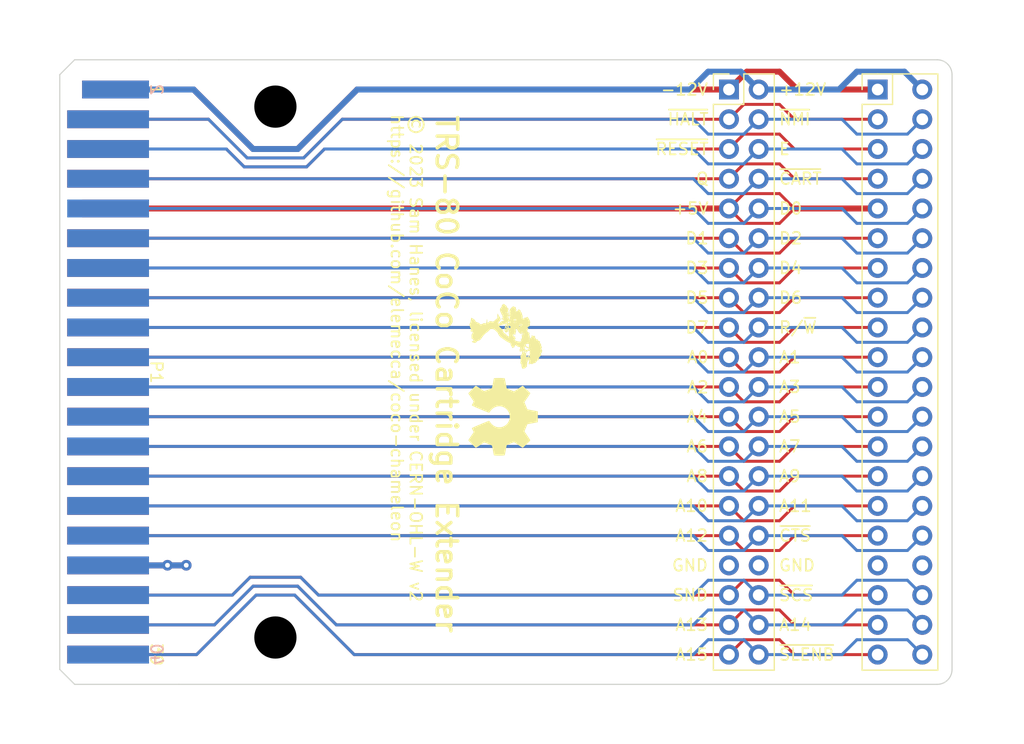
<source format=kicad_pcb>
(kicad_pcb (version 20240108) (generator "pcbnew") (generator_version "8.0")
  (title_block (title "TRS-80 CoCo Cartridge Extender") (date "2023-12-12") (rev "v0.1") (company "© 2023 Sam Hanes, licensed under CERN-OHL-W v2") (comment 1 "https://github.com/elemecca/coco-chameleon"))
  (layers (0 "F.Cu" signal) (1 "In1.Cu" signal) (2 "In2.Cu" signal) (31 "B.Cu" signal) (34 "B.Paste" user) (35 "F.Paste" user) (36 "B.SilkS" user "B.Silkscreen") (37 "F.SilkS" user "F.Silkscreen") (38 "B.Mask" user) (39 "F.Mask" user) (44 "Edge.Cuts" user))
  (net 0 "")
  (net 1 "-12V")
  (net 2 "GND")
  (net 3 "+12V")
  (net 4 "+5V")
  (net 5 "/E")
  (net 6 "/Q")
  (net 7 "/D0")
  (net 8 "/D1")
  (net 9 "/D2")
  (net 10 "/D3")
  (net 11 "/D4")
  (net 12 "/D5")
  (net 13 "/A0")
  (net 14 "/A1")
  (net 15 "/A2")
  (net 16 "/A10")
  (net 17 "/A11")
  (net 18 "/A12")
  (net 19 "/A13")
  (net 20 "/A14")
  (net 21 "/A15")
  (net 22 "/D6")
  (net 23 "/D7")
  (net 24 "/R{slash}~{W}")
  (net 25 "/~{CTS}")
  (net 26 "/~{CART}")
  (net 27 "/~{NMI}")
  (net 28 "/~{SLEN}")
  (net 29 "/~{HALT}")
  (net 30 "/~{RESET}")
  (net 31 "/A3")
  (net 32 "/A4")
  (net 33 "/A5")
  (net 34 "/A6")
  (net 35 "/A7")
  (net 36 "/A8")
  (net 37 "/A9")
  (net 38 "/~{SCS}")
  (net 39 "/SND")
  (footprint "0Project:EDAC_395-040-559-212" (layer "F.Cu") (at 184.15 77.47)
    (property "Reference" "J1" (hide yes))
    (property "Value" "EDAC 395-040-559-212")
    (pad "1" thru_hole rect (at 0 0) (size 1.7 1.7) (drill 1) (layers "*.Cu" "*.Mask") (net 1 "-12V"))
    (pad "2" thru_hole oval (at 3.81 0) (size 1.7 1.7) (drill 1) (layers "*.Cu" "*.Mask") (net 3 "+12V"))
    (pad "3" thru_hole oval (at 0 2.54) (size 1.7 1.7) (drill 1) (layers "*.Cu" "*.Mask") (net 29 "/~{HALT}"))
    (pad "4" thru_hole oval (at 3.81 2.54) (size 1.7 1.7) (drill 1) (layers "*.Cu" "*.Mask") (net 27 "/~{NMI}"))
    (pad "5" thru_hole oval (at 0 5.08) (size 1.7 1.7) (drill 1) (layers "*.Cu" "*.Mask") (net 30 "/~{RESET}"))
    (pad "6" thru_hole oval (at 3.81 5.08) (size 1.7 1.7) (drill 1) (layers "*.Cu" "*.Mask") (net 5 "/E"))
    (pad "7" thru_hole oval (at 0 7.62) (size 1.7 1.7) (drill 1) (layers "*.Cu" "*.Mask") (net 6 "/Q"))
    (pad "8" thru_hole oval (at 3.81 7.62) (size 1.7 1.7) (drill 1) (layers "*.Cu" "*.Mask") (net 26 "/~{CART}"))
    (pad "9" thru_hole oval (at 0 10.16) (size 1.7 1.7) (drill 1) (layers "*.Cu" "*.Mask") (net 4 "+5V"))
    (pad "10" thru_hole oval (at 3.81 10.16) (size 1.7 1.7) (drill 1) (layers "*.Cu" "*.Mask") (net 7 "/D0"))
    (pad "11" thru_hole oval (at 0 12.7) (size 1.7 1.7) (drill 1) (layers "*.Cu" "*.Mask") (net 8 "/D1"))
    (pad "12" thru_hole oval (at 3.81 12.7) (size 1.7 1.7) (drill 1) (layers "*.Cu" "*.Mask") (net 9 "/D2"))
    (pad "13" thru_hole oval (at 0 15.24) (size 1.7 1.7) (drill 1) (layers "*.Cu" "*.Mask") (net 10 "/D3"))
    (pad "14" thru_hole oval (at 3.81 15.24) (size 1.7 1.7) (drill 1) (layers "*.Cu" "*.Mask") (net 11 "/D4"))
    (pad "15" thru_hole oval (at 0 17.78) (size 1.7 1.7) (drill 1) (layers "*.Cu" "*.Mask") (net 12 "/D5"))
    (pad "16" thru_hole oval (at 3.81 17.78) (size 1.7 1.7) (drill 1) (layers "*.Cu" "*.Mask") (net 22 "/D6"))
    (pad "17" thru_hole oval (at 0 20.32) (size 1.7 1.7) (drill 1) (layers "*.Cu" "*.Mask") (net 23 "/D7"))
    (pad "18" thru_hole oval (at 3.81 20.32) (size 1.7 1.7) (drill 1) (layers "*.Cu" "*.Mask") (net 24 "/R{slash}~{W}"))
    (pad "19" thru_hole oval (at 0 22.86) (size 1.7 1.7) (drill 1) (layers "*.Cu" "*.Mask") (net 13 "/A0"))
    (pad "20" thru_hole oval (at 3.81 22.86) (size 1.7 1.7) (drill 1) (layers "*.Cu" "*.Mask") (net 14 "/A1"))
    (pad "21" thru_hole oval (at 0 25.4) (size 1.7 1.7) (drill 1) (layers "*.Cu" "*.Mask") (net 15 "/A2"))
    (pad "22" thru_hole oval (at 3.81 25.4) (size 1.7 1.7) (drill 1) (layers "*.Cu" "*.Mask") (net 31 "/A3"))
    (pad "23" thru_hole oval (at 0 27.94) (size 1.7 1.7) (drill 1) (layers "*.Cu" "*.Mask") (net 32 "/A4"))
    (pad "24" thru_hole oval (at 3.81 27.94) (size 1.7 1.7) (drill 1) (layers "*.Cu" "*.Mask") (net 33 "/A5"))
    (pad "25" thru_hole oval (at 0 30.48) (size 1.7 1.7) (drill 1) (layers "*.Cu" "*.Mask") (net 34 "/A6"))
    (pad "26" thru_hole oval (at 3.81 30.48) (size 1.7 1.7) (drill 1) (layers "*.Cu" "*.Mask") (net 35 "/A7"))
    (pad "27" thru_hole oval (at 0 33.02) (size 1.7 1.7) (drill 1) (layers "*.Cu" "*.Mask") (net 36 "/A8"))
    (pad "28" thru_hole oval (at 3.81 33.02) (size 1.7 1.7) (drill 1) (layers "*.Cu" "*.Mask") (net 37 "/A9"))
    (pad "29" thru_hole oval (at 0 35.56) (size 1.7 1.7) (drill 1) (layers "*.Cu" "*.Mask") (net 16 "/A10"))
    (pad "30" thru_hole oval (at 3.81 35.56) (size 1.7 1.7) (drill 1) (layers "*.Cu" "*.Mask") (net 17 "/A11"))
    (pad "31" thru_hole oval (at 0 38.1) (size 1.7 1.7) (drill 1) (layers "*.Cu" "*.Mask") (net 18 "/A12"))
    (pad "32" thru_hole oval (at 3.81 38.1) (size 1.7 1.7) (drill 1) (layers "*.Cu" "*.Mask") (net 25 "/~{CTS}"))
    (pad "33" thru_hole oval (at 0 40.64) (size 1.7 1.7) (drill 1) (layers "*.Cu" "*.Mask") (net 2 "GND"))
    (pad "34" thru_hole oval (at 3.81 40.64) (size 1.7 1.7) (drill 1) (layers "*.Cu" "*.Mask") (net 2 "GND"))
    (pad "35" thru_hole oval (at 0 43.18) (size 1.7 1.7) (drill 1) (layers "*.Cu" "*.Mask") (net 39 "/SND"))
    (pad "36" thru_hole oval (at 3.81 43.18) (size 1.7 1.7) (drill 1) (layers "*.Cu" "*.Mask") (net 38 "/~{SCS}"))
    (pad "37" thru_hole oval (at 0 45.72) (size 1.7 1.7) (drill 1) (layers "*.Cu" "*.Mask") (net 19 "/A13"))
    (pad "38" thru_hole oval (at 3.81 45.72) (size 1.7 1.7) (drill 1) (layers "*.Cu" "*.Mask") (net 20 "/A14"))
    (pad "39" thru_hole oval (at 0 48.26) (size 1.7 1.7) (drill 1) (layers "*.Cu" "*.Mask") (net 21 "/A15"))
    (pad "40" thru_hole oval (at 3.81 48.26) (size 1.7 1.7) (drill 1) (layers "*.Cu" "*.Mask") (net 28 "/~{SLEN}"))
  )
  (footprint "0Project:CoCo_MountingHole" (layer "F.Cu") (at 132.715 78.9305)
    (property "Reference" "MH1" (hide yes))
    (property "Value" "CoCo_MountingHole" (hide yes))
    (pad "" np_thru_hole circle (at 0 0) (size 5.715 5.715) (drill 3.6068) (layers "*.Mask"))
  )
  (footprint "0Project:Symbol_Bonsai_6.7mm" (layer "F.Cu") (at 152.4 98.552 -90)
    (property "Reference" "G***" (hide yes))
    (property "Value" "LOGO" (hide yes))
  )
  (footprint "Connector_PinHeader_2.54mm:PinHeader_2x20_P2.54mm_Vertical" (layer "F.Cu") (at 171.45 77.47)
    (property "Reference" "J2" (hide yes))
    (property "Value" "Pin Header" (hide yes))
    (pad "1" thru_hole rect (at 0 0) (size 1.7 1.7) (drill 1) (layers "*.Cu" "*.Mask") (net 1 "-12V"))
    (pad "2" thru_hole oval (at 2.54 0) (size 1.7 1.7) (drill 1) (layers "*.Cu" "*.Mask") (net 3 "+12V"))
    (pad "3" thru_hole oval (at 0 2.54) (size 1.7 1.7) (drill 1) (layers "*.Cu" "*.Mask") (net 29 "/~{HALT}"))
    (pad "4" thru_hole oval (at 2.54 2.54) (size 1.7 1.7) (drill 1) (layers "*.Cu" "*.Mask") (net 27 "/~{NMI}"))
    (pad "5" thru_hole oval (at 0 5.08) (size 1.7 1.7) (drill 1) (layers "*.Cu" "*.Mask") (net 30 "/~{RESET}"))
    (pad "6" thru_hole oval (at 2.54 5.08) (size 1.7 1.7) (drill 1) (layers "*.Cu" "*.Mask") (net 5 "/E"))
    (pad "7" thru_hole oval (at 0 7.62) (size 1.7 1.7) (drill 1) (layers "*.Cu" "*.Mask") (net 6 "/Q"))
    (pad "8" thru_hole oval (at 2.54 7.62) (size 1.7 1.7) (drill 1) (layers "*.Cu" "*.Mask") (net 26 "/~{CART}"))
    (pad "9" thru_hole oval (at 0 10.16) (size 1.7 1.7) (drill 1) (layers "*.Cu" "*.Mask") (net 4 "+5V"))
    (pad "10" thru_hole oval (at 2.54 10.16) (size 1.7 1.7) (drill 1) (layers "*.Cu" "*.Mask") (net 7 "/D0"))
    (pad "11" thru_hole oval (at 0 12.7) (size 1.7 1.7) (drill 1) (layers "*.Cu" "*.Mask") (net 8 "/D1"))
    (pad "12" thru_hole oval (at 2.54 12.7) (size 1.7 1.7) (drill 1) (layers "*.Cu" "*.Mask") (net 9 "/D2"))
    (pad "13" thru_hole oval (at 0 15.24) (size 1.7 1.7) (drill 1) (layers "*.Cu" "*.Mask") (net 10 "/D3"))
    (pad "14" thru_hole oval (at 2.54 15.24) (size 1.7 1.7) (drill 1) (layers "*.Cu" "*.Mask") (net 11 "/D4"))
    (pad "15" thru_hole oval (at 0 17.78) (size 1.7 1.7) (drill 1) (layers "*.Cu" "*.Mask") (net 12 "/D5"))
    (pad "16" thru_hole oval (at 2.54 17.78) (size 1.7 1.7) (drill 1) (layers "*.Cu" "*.Mask") (net 22 "/D6"))
    (pad "17" thru_hole oval (at 0 20.32) (size 1.7 1.7) (drill 1) (layers "*.Cu" "*.Mask") (net 23 "/D7"))
    (pad "18" thru_hole oval (at 2.54 20.32) (size 1.7 1.7) (drill 1) (layers "*.Cu" "*.Mask") (net 24 "/R{slash}~{W}"))
    (pad "19" thru_hole oval (at 0 22.86) (size 1.7 1.7) (drill 1) (layers "*.Cu" "*.Mask") (net 13 "/A0"))
    (pad "20" thru_hole oval (at 2.54 22.86) (size 1.7 1.7) (drill 1) (layers "*.Cu" "*.Mask") (net 14 "/A1"))
    (pad "21" thru_hole oval (at 0 25.4) (size 1.7 1.7) (drill 1) (layers "*.Cu" "*.Mask") (net 15 "/A2"))
    (pad "22" thru_hole oval (at 2.54 25.4) (size 1.7 1.7) (drill 1) (layers "*.Cu" "*.Mask") (net 31 "/A3"))
    (pad "23" thru_hole oval (at 0 27.94) (size 1.7 1.7) (drill 1) (layers "*.Cu" "*.Mask") (net 32 "/A4"))
    (pad "24" thru_hole oval (at 2.54 27.94) (size 1.7 1.7) (drill 1) (layers "*.Cu" "*.Mask") (net 33 "/A5"))
    (pad "25" thru_hole oval (at 0 30.48) (size 1.7 1.7) (drill 1) (layers "*.Cu" "*.Mask") (net 34 "/A6"))
    (pad "26" thru_hole oval (at 2.54 30.48) (size 1.7 1.7) (drill 1) (layers "*.Cu" "*.Mask") (net 35 "/A7"))
    (pad "27" thru_hole oval (at 0 33.02) (size 1.7 1.7) (drill 1) (layers "*.Cu" "*.Mask") (net 36 "/A8"))
    (pad "28" thru_hole oval (at 2.54 33.02) (size 1.7 1.7) (drill 1) (layers "*.Cu" "*.Mask") (net 37 "/A9"))
    (pad "29" thru_hole oval (at 0 35.56) (size 1.7 1.7) (drill 1) (layers "*.Cu" "*.Mask") (net 16 "/A10"))
    (pad "30" thru_hole oval (at 2.54 35.56) (size 1.7 1.7) (drill 1) (layers "*.Cu" "*.Mask") (net 17 "/A11"))
    (pad "31" thru_hole oval (at 0 38.1) (size 1.7 1.7) (drill 1) (layers "*.Cu" "*.Mask") (net 18 "/A12"))
    (pad "32" thru_hole oval (at 2.54 38.1) (size 1.7 1.7) (drill 1) (layers "*.Cu" "*.Mask") (net 25 "/~{CTS}"))
    (pad "33" thru_hole oval (at 0 40.64) (size 1.7 1.7) (drill 1) (layers "*.Cu" "*.Mask") (net 2 "GND"))
    (pad "34" thru_hole oval (at 2.54 40.64) (size 1.7 1.7) (drill 1) (layers "*.Cu" "*.Mask") (net 2 "GND"))
    (pad "35" thru_hole oval (at 0 43.18) (size 1.7 1.7) (drill 1) (layers "*.Cu" "*.Mask") (net 39 "/SND"))
    (pad "36" thru_hole oval (at 2.54 43.18) (size 1.7 1.7) (drill 1) (layers "*.Cu" "*.Mask") (net 38 "/~{SCS}"))
    (pad "37" thru_hole oval (at 0 45.72) (size 1.7 1.7) (drill 1) (layers "*.Cu" "*.Mask") (net 19 "/A13"))
    (pad "38" thru_hole oval (at 2.54 45.72) (size 1.7 1.7) (drill 1) (layers "*.Cu" "*.Mask") (net 20 "/A14"))
    (pad "39" thru_hole oval (at 0 48.26) (size 1.7 1.7) (drill 1) (layers "*.Cu" "*.Mask") (net 21 "/A15"))
    (pad "40" thru_hole oval (at 2.54 48.26) (size 1.7 1.7) (drill 1) (layers "*.Cu" "*.Mask") (net 28 "/~{SLEN}"))
  )
  (footprint "Symbol:OSHW-Symbol_6.7x6mm_SilkScreen" (layer "F.Cu") (at 152.146 105.41 -90)
    (property "Reference" "REF**" (hide yes))
    (property "Value" "OSHW-Symbol_6.7x6mm_SilkScreen" (hide yes))
  )
  (footprint "0Project:CoCo_Cart" (layer "F.Cu") (at 114.3 101.6 -90)
    (property "Reference" "P1" (at 0 -8.255 -90) (layer "F.SilkS"))
    (property "Value" "Card Edge" (hide yes))
    (fp_line (start -25.4 0) (end 25.4 0) (stroke (width 0.1)) (layer "Edge.Cuts"))
    (fp_line (start -25.4 0) (end -26.67 -1.27) (stroke (width 0.1)) (layer "Edge.Cuts"))
    (fp_line (start 25.4 0) (end 26.67 -1.27) (stroke (width 0.1)) (layer "Edge.Cuts"))
    (fp_line (start -26.67 -1.27) (end -26.67 -10.16) (stroke (width 0.1)) (layer "Edge.Cuts"))
    (fp_line (start 26.67 -1.27) (end 26.67 -10.16) (stroke (width 0.1)) (layer "Edge.Cuts"))
    (fp_text user "40" (at 24.13 -8.255 -90) (layer "B.SilkS") (effects (justify mirror)))
    (fp_text user "2" (at -24.13 -8.255 -90) (layer "B.SilkS") (effects (justify mirror)))
    (fp_text user "1" (at -24.13 -8.255 -90) (layer "F.SilkS"))
    (fp_text user "39" (at 24.13 -8.255 -90) (layer "F.SilkS"))
    (pad "1" connect rect (at -24.13 -4.7625 270) (size 1.524 5.715) (layers "F.Cu") (net 1 "-12V"))
    (pad "2" connect rect (at -24.13 -4.7625 270) (size 1.524 5.715) (layers "B.Cu") (net 3 "+12V"))
    (pad "3" connect rect (at -21.59 -4.1275 270) (size 1.524 6.985) (layers "F.Cu") (net 29 "/~{HALT}"))
    (pad "4" connect rect (at -21.59 -4.1275 270) (size 1.524 6.985) (layers "B.Cu") (net 27 "/~{NMI}"))
    (pad "5" connect rect (at -19.05 -4.1275 270) (size 1.524 6.985) (layers "F.Cu") (net 30 "/~{RESET}"))
    (pad "6" connect rect (at -19.05 -4.1275 270) (size 1.524 6.985) (layers "B.Cu") (net 5 "/E"))
    (pad "7" connect rect (at -16.51 -4.1275 270) (size 1.524 6.985) (layers "F.Cu") (net 6 "/Q"))
    (pad "8" connect rect (at -16.51 -4.1275 270) (size 1.524 6.985) (layers "B.Cu") (net 26 "/~{CART}"))
    (pad "9" connect rect (at -13.97 -4.7625 270) (size 1.524 5.715) (layers "F.Cu") (net 4 "+5V"))
    (pad "10" connect rect (at -13.97 -4.1275 270) (size 1.524 6.985) (layers "B.Cu") (net 7 "/D0"))
    (pad "11" connect rect (at -11.43 -4.1275 270) (size 1.524 6.985) (layers "F.Cu") (net 8 "/D1"))
    (pad "12" connect rect (at -11.43 -4.1275 270) (size 1.524 6.985) (layers "B.Cu") (net 9 "/D2"))
    (pad "13" connect rect (at -8.89 -4.1275 270) (size 1.524 6.985) (layers "F.Cu") (net 10 "/D3"))
    (pad "14" connect rect (at -8.89 -4.1275 270) (size 1.524 6.985) (layers "B.Cu") (net 11 "/D4"))
    (pad "15" connect rect (at -6.35 -4.1275 270) (size 1.524 6.985) (layers "F.Cu") (net 12 "/D5"))
    (pad "16" connect rect (at -6.35 -4.1275 270) (size 1.524 6.985) (layers "B.Cu") (net 22 "/D6"))
    (pad "17" connect rect (at -3.81 -4.1275 270) (size 1.524 6.985) (layers "F.Cu") (net 23 "/D7"))
    (pad "18" connect rect (at -3.81 -4.1275 270) (size 1.524 6.985) (layers "B.Cu") (net 24 "/R{slash}~{W}"))
    (pad "19" connect rect (at -1.27 -4.1275 270) (size 1.524 6.985) (layers "F.Cu") (net 13 "/A0"))
    (pad "20" connect rect (at -1.27 -4.1275 270) (size 1.524 6.985) (layers "B.Cu") (net 14 "/A1"))
    (pad "21" connect rect (at 1.27 -4.1275 270) (size 1.524 6.985) (layers "F.Cu") (net 15 "/A2"))
    (pad "22" connect rect (at 1.27 -4.1275 270) (size 1.524 6.985) (layers "B.Cu") (net 31 "/A3"))
    (pad "23" connect rect (at 3.81 -4.1275 270) (size 1.524 6.985) (layers "F.Cu") (net 32 "/A4"))
    (pad "24" connect rect (at 3.81 -4.1275 270) (size 1.524 6.985) (layers "B.Cu") (net 33 "/A5"))
    (pad "25" connect rect (at 6.35 -4.1275 270) (size 1.524 6.985) (layers "F.Cu") (net 34 "/A6"))
    (pad "26" connect rect (at 6.35 -4.1275 270) (size 1.524 6.985) (layers "B.Cu") (net 35 "/A7"))
    (pad "27" connect rect (at 8.89 -4.1275 270) (size 1.524 6.985) (layers "F.Cu") (net 36 "/A8"))
    (pad "28" connect rect (at 8.89 -4.1275 270) (size 1.524 6.985) (layers "B.Cu") (net 37 "/A9"))
    (pad "29" connect rect (at 11.43 -4.1275 270) (size 1.524 6.985) (layers "F.Cu") (net 16 "/A10"))
    (pad "30" connect rect (at 11.43 -4.1275 270) (size 1.524 6.985) (layers "B.Cu") (net 17 "/A11"))
    (pad "31" connect rect (at 13.97 -4.1275 270) (size 1.524 6.985) (layers "F.Cu") (net 18 "/A12"))
    (pad "32" connect rect (at 13.97 -4.1275 270) (size 1.524 6.985) (layers "B.Cu") (net 25 "/~{CTS}"))
    (pad "33" connect rect (at 16.51 -4.1275 270) (size 1.524 6.985) (layers "F.Cu") (net 2 "GND"))
    (pad "34" connect rect (at 16.51 -4.1275 270) (size 1.524 6.985) (layers "B.Cu") (net 2 "GND"))
    (pad "35" connect rect (at 19.05 -4.1275 270) (size 1.524 6.985) (layers "F.Cu") (net 39 "/SND"))
    (pad "36" connect rect (at 19.05 -4.1275 270) (size 1.524 6.985) (layers "B.Cu") (net 38 "/~{SCS}"))
    (pad "37" connect rect (at 21.59 -4.1275 270) (size 1.524 6.985) (layers "F.Cu") (net 19 "/A13"))
    (pad "38" connect rect (at 21.59 -4.1275 270) (size 1.524 6.985) (layers "B.Cu") (net 20 "/A14"))
    (pad "39" connect rect (at 24.13 -4.1275 270) (size 1.524 6.985) (layers "F.Cu") (net 21 "/A15"))
    (pad "40" connect rect (at 24.13 -4.1275 270) (size 1.524 6.985) (layers "B.Cu") (net 28 "/~{SLEN}"))
  )
  (footprint "0Project:CoCo_MountingHole" (layer "F.Cu") (at 132.715 124.2695)
    (property "Reference" "MH2" (hide yes))
    (property "Value" "CoCo_MountingHole" (hide yes))
    (pad "" np_thru_hole circle (at 0 0) (size 5.715 5.715) (drill 3.6068) (layers "*.Mask"))
  )
  (gr_line (start 124.46 74.93) (end 189.23 74.93) (stroke (width 0.1)) (layer "Edge.Cuts"))
  (gr_arc (start 189.23 74.93) (mid 190.128026 75.301974) (end 190.5 76.2) (stroke (width 0.1)) (layer "Edge.Cuts"))
  (gr_arc (start 190.5 127) (mid 190.128026 127.898026) (end 189.23 128.27) (stroke (width 0.1)) (layer "Edge.Cuts"))
  (gr_line (start 190.5 76.2) (end 190.5 127) (stroke (width 0.1)) (layer "Edge.Cuts"))
  (gr_line (start 124.46 128.27) (end 189.23 128.27) (stroke (width 0.1)) (layer "Edge.Cuts"))
  (gr_text "A15" (at 169.739 125.73 0) (layer "F.SilkS") (effects (font (size 1 1)) (justify right)))
  (gr_text "~{CTS}" (at 175.641 115.57 0) (layer "F.SilkS") (effects (font (size 1 1)) (justify left)))
  (gr_text "A0" (at 169.799 100.33 0) (layer "F.SilkS") (effects (font (size 1 1)) (justify right)))
  (gr_text "D0" (at 175.641 87.63 0) (layer "F.SilkS") (effects (font (size 1 1)) (justify left)))
  (gr_text "A6" (at 169.739 107.95 0) (layer "F.SilkS") (effects (font (size 1 1)) (justify right)))
  (gr_text "~{RESET}" (at 169.799 82.55 0) (layer "F.SilkS") (effects (font (size 1 1)) (justify right)))
  (gr_text "~{SCS}" (at 175.641 120.65 0) (layer "F.SilkS") (effects (font (size 1 1)) (justify left)))
  (gr_text "E" (at 175.641 82.55 0) (layer "F.SilkS") (effects (font (size 1 1)) (justify left)))
  (gr_text "Q" (at 169.799 85.09 0) (layer "F.SilkS") (effects (font (size 1 1)) (justify right)))
  (gr_text "D3" (at 169.799 92.71 0) (layer "F.SilkS") (effects (font (size 1 1)) (justify right)))
  (gr_text "A1" (at 175.641 100.33 0) (layer "F.SilkS") (effects (font (size 1 1)) (justify left)))
  (gr_text "A9" (at 175.641 110.49 0) (layer "F.SilkS") (effects (font (size 1 1)) (justify left)))
  (gr_text "+5V" (at 169.799 87.63 0) (layer "F.SilkS") (effects (font (size 1 1)) (justify right)))
  (gr_text "A3" (at 175.641 102.87 0) (layer "F.SilkS") (effects (font (size 1 1)) (justify left)))
  (gr_text "A14" (at 175.641 123.19 0) (layer "F.SilkS") (effects (font (size 1 1)) (justify left)))
  (gr_text "A4" (at 169.739 105.41 0) (layer "F.SilkS") (effects (font (size 1 1)) (justify right)))
  (gr_text "D6" (at 175.641 95.25 0) (layer "F.SilkS") (effects (font (size 1 1)) (justify left)))
  (gr_text "D2" (at 175.641 90.17 0) (layer "F.SilkS") (effects (font (size 1 1)) (justify left)))
  (gr_text "A10" (at 169.739 113.03 0) (layer "F.SilkS") (effects (font (size 1 1)) (justify right)))
  (gr_text "A12" (at 169.739 115.57 0) (layer "F.SilkS") (effects (font (size 1 1)) (justify right)))
  (gr_text "A13" (at 169.739 123.19 0) (layer "F.SilkS") (effects (font (size 1 1)) (justify right)))
  (gr_text "+12V" (at 175.641 77.47 0) (layer "F.SilkS") (effects (font (size 1 1)) (justify left)))
  (gr_text "R/~{W}" (at 175.641 97.79 0) (layer "F.SilkS") (effects (font (size 1 1)) (justify left)))
  (gr_text "-12V" (at 169.739 77.47 0) (layer "F.SilkS") (effects (font (size 1 1)) (justify right)))
  (gr_text "D7" (at 169.799 97.79 0) (layer "F.SilkS") (effects (font (size 1 1)) (justify right)))
  (gr_text "~{CART}" (at 175.641 85.09 0) (layer "F.SilkS") (effects (font (size 1 1)) (justify left)))
  (gr_text "SND" (at 169.739 120.65 0) (layer "F.SilkS") (effects (font (size 1 1)) (justify right)))
  (gr_text "~{NMI}" (at 175.641 80.01 0) (layer "F.SilkS") (effects (font (size 1 1)) (justify left)))
  (gr_text "TRS-80 CoCo Cartridge Extender" (at 146.304 79.502 270) (layer "F.SilkS") (effects (font (size 1.75 1.75) (thickness 0.3) (bold yes)) (justify left bottom)))
  (gr_text "D5" (at 169.799 95.25 0) (layer "F.SilkS") (effects (font (size 1 1)) (justify right)))
  (gr_text "D1" (at 169.799 90.17 0) (layer "F.SilkS") (effects (font (size 1 1)) (justify right)))
  (gr_text "A5" (at 175.641 105.41 0) (layer "F.SilkS") (effects (font (size 1 1)) (justify left)))
  (gr_text "A2" (at 169.799 102.9 0) (layer "F.SilkS") (effects (font (size 1 1)) (justify right)))
  (gr_text "~{SLENB}" (at 175.641 125.73 0) (layer "F.SilkS") (effects (font (size 1 1)) (justify left)))
  (gr_text "~{HALT}" (at 169.799 80.01 0) (layer "F.SilkS") (effects (font (size 1 1)) (justify right)))
  (gr_text "A11" (at 175.641 113.03 0) (layer "F.SilkS") (effects (font (size 1 1)) (justify left)))
  (gr_text "GND" (at 169.739 118.11 0) (layer "F.SilkS") (effects (font (size 1 1)) (justify right)))
  (gr_text "A7" (at 175.641 107.95 0) (layer "F.SilkS") (effects (font (size 1 1)) (justify left)))
  (gr_text "GND" (at 175.641 118.11 0) (layer "F.SilkS") (effects (font (size 1 1)) (justify left)))
  (gr_text "© 2023 Sam Hanes, licensed under CERN-OHL-W v2\nhttps://github.com/elemecca/coco-chameleon" (at 145.288 79.502 270) (layer "F.SilkS") (effects (font (size 1 1)) (justify left top)))
  (gr_text "D4" (at 175.641 92.71 0) (layer "F.SilkS") (effects (font (size 1 1)) (justify left)))
  (gr_text "A8" (at 169.739 110.49 0) (layer "F.SilkS") (effects (font (size 1 1)) (justify right)))
  (segment (start 172.974 75.946) (end 175.768 75.946) (width 0.508) (layer "F.Cu") (net 1))
  (segment (start 177.292 77.47) (end 184.15 77.47) (width 0.508) (layer "F.Cu") (net 1))
  (segment (start 139.7 77.47) (end 171.45 77.47) (width 0.508) (layer "F.Cu") (net 1))
  (segment (start 134.62 82.55) (end 139.7 77.47) (width 0.508) (layer "F.Cu") (net 1))
  (segment (start 130.81 82.55) (end 134.62 82.55) (width 0.508) (layer "F.Cu") (net 1))
  (segment (start 175.768 75.946) (end 177.292 77.47) (width 0.508) (layer "F.Cu") (net 1))
  (segment (start 118.999 77.47) (end 125.73 77.47) (width 0.508) (layer "F.Cu") (net 1))
  (segment (start 125.73 77.47) (end 130.81 82.55) (width 0.508) (layer "F.Cu") (net 1))
  (segment (start 171.45 77.47) (end 172.974 75.946) (width 0.508) (layer "F.Cu") (net 1))
  (segment (start 125.09 118.11) (end 125.1 118.1) (width 0.508) (layer "F.Cu") (net 2))
  (segment (start 123.49 118.11) (end 123.5 118.1) (width 0.508) (layer "F.Cu") (net 2))
  (segment (start 118.4275 118.11) (end 125.09 118.11) (width 0.508) (layer "F.Cu") (net 2))
  (segment (start 125.09 118.1) (end 125.1 118.11) (width 0.508) (layer "F.Cu") (net 2))
  (via (at 125.1 118.1) (size 0.9144) (drill 0.4064) (layers "F.Cu" "B.Cu") (net 2))
  (via (at 123.5 118.1) (size 0.9144) (drill 0.4064) (layers "F.Cu" "B.Cu") (net 2))
  (segment (start 125.1 118.11) (end 118.4275 118.11) (width 0.508) (layer "B.Cu") (net 2))
  (segment (start 130.81 82.55) (end 125.73 77.47) (width 0.508) (layer "B.Cu") (net 3))
  (segment (start 173.99 77.47) (end 172.466 75.946) (width 0.508) (layer "B.Cu") (net 3))
  (segment (start 186.436 75.946) (end 187.96 77.47) (width 0.508) (layer "B.Cu") (net 3))
  (segment (start 180.848 77.47) (end 182.372 75.946) (width 0.508) (layer "B.Cu") (net 3))
  (segment (start 169.672 75.946) (end 168.148 77.47) (width 0.508) (layer "B.Cu") (net 3))
  (segment (start 182.372 75.946) (end 186.436 75.946) (width 0.508) (layer "B.Cu") (net 3))
  (segment (start 125.73 77.47) (end 118.999 77.47) (width 0.508) (layer "B.Cu") (net 3))
  (segment (start 173.99 77.47) (end 180.848 77.47) (width 0.508) (layer "B.Cu") (net 3))
  (segment (start 139.7 77.47) (end 134.62 82.55) (width 0.508) (layer "B.Cu") (net 3))
  (segment (start 172.466 75.946) (end 169.672 75.946) (width 0.508) (layer "B.Cu") (net 3))
  (segment (start 134.62 82.55) (end 130.81 82.55) (width 0.508) (layer "B.Cu") (net 3))
  (segment (start 168.148 77.47) (end 139.7 77.47) (width 0.508) (layer "B.Cu") (net 3))
  (segment (start 175.768 88.9) (end 172.72 88.9) (width 0.254) (layer "F.Cu") (net 4))
  (segment (start 177.038 87.63) (end 175.768 88.9) (width 0.254) (layer "F.Cu") (net 4))
  (segment (start 118.999 87.63) (end 171.45 87.63) (width 0.508) (layer "F.Cu") (net 4))
  (segment (start 172.72 86.36) (end 171.45 87.63) (width 0.254) (layer "F.Cu") (net 4))
  (segment (start 177.038 87.63) (end 175.768 86.36) (width 0.254) (layer "F.Cu") (net 4))
  (segment (start 175.768 86.36) (end 172.72 86.36) (width 0.254) (layer "F.Cu") (net 4))
  (segment (start 184.15 87.63) (end 177.038 87.63) (width 0.508) (layer "F.Cu") (net 4))
  (segment (start 172.72 88.9) (end 171.45 87.63) (width 0.254) (layer "F.Cu") (net 4))
  (segment (start 173.99 82.55) (end 172.72 83.82) (width 0.254) (layer "B.Cu") (net 5))
  (segment (start 130.048 84.074) (end 128.524 82.55) (width 0.254) (layer "B.Cu") (net 5))
  (segment (start 182.372 83.82) (end 181.102 82.55) (width 0.254) (layer "B.Cu") (net 5))
  (segment (start 181.102 82.55) (end 173.99 82.55) (width 0.254) (layer "B.Cu") (net 5))
  (segment (start 169.672 83.82) (end 168.402 82.55) (width 0.254) (layer "B.Cu") (net 5))
  (segment (start 128.524 82.55) (end 118.364 82.55) (width 0.254) (layer "B.Cu") (net 5))
  (segment (start 136.906 82.55) (end 135.382 84.074) (width 0.254) (layer "B.Cu") (net 5))
  (segment (start 186.69 83.82) (end 182.372 83.82) (width 0.254) (layer "B.Cu") (net 5))
  (segment (start 168.402 82.55) (end 136.906 82.55) (width 0.254) (layer "B.Cu") (net 5))
  (segment (start 135.382 84.074) (end 130.048 84.074) (width 0.254) (layer "B.Cu") (net 5))
  (segment (start 172.72 83.82) (end 169.672 83.82) (width 0.254) (layer "B.Cu") (net 5))
  (segment (start 187.96 82.55) (end 186.69 83.82) (width 0.254) (layer "B.Cu") (net 5))
  (segment (start 171.45 85.09) (end 172.72 83.82) (width 0.254) (layer "F.Cu") (net 6))
  (segment (start 175.768 83.82) (end 177.038 85.09) (width 0.254) (layer "F.Cu") (net 6))
  (segment (start 118.364 85.09) (end 171.45 85.09) (width 0.254) (layer "F.Cu") (net 6))
  (segment (start 172.72 83.82) (end 175.768 83.82) (width 0.254) (layer "F.Cu") (net 6))
  (segment (start 177.038 85.09) (end 184.15 85.09) (width 0.254) (layer "F.Cu") (net 6))
  (segment (start 168.402 87.63) (end 118.364 87.63) (width 0.254) (layer "B.Cu") (net 7))
  (segment (start 181.102 87.63) (end 173.99 87.63) (width 0.254) (layer "B.Cu") (net 7))
  (segment (start 186.69 88.9) (end 182.372 88.9) (width 0.254) (layer "B.Cu") (net 7))
  (segment (start 182.372 88.9) (end 181.102 87.63) (width 0.254) (layer "B.Cu") (net 7))
  (segment (start 173.99 87.63) (end 172.72 88.9) (width 0.254) (layer "B.Cu") (net 7))
  (segment (start 169.672 88.9) (end 168.402 87.63) (width 0.254) (layer "B.Cu") (net 7))
  (segment (start 187.96 87.63) (end 186.69 88.9) (width 0.254) (layer "B.Cu") (net 7))
  (segment (start 172.72 88.9) (end 169.672 88.9) (width 0.254) (layer "B.Cu") (net 7))
  (segment (start 171.45 90.17) (end 172.72 91.44) (width 0.254) (layer "F.Cu") (net 8))
  (segment (start 118.364 90.17) (end 171.45 90.17) (width 0.254) (layer "F.Cu") (net 8))
  (segment (start 172.72 91.44) (end 175.768 91.44) (width 0.254) (layer "F.Cu") (net 8))
  (segment (start 177.038 90.17) (end 184.15 90.17) (width 0.254) (layer "F.Cu") (net 8))
  (segment (start 175.768 91.44) (end 177.038 90.17) (width 0.254) (layer "F.Cu") (net 8))
  (segment (start 181.102 90.17) (end 173.99 90.17) (width 0.254) (layer "B.Cu") (net 9))
  (segment (start 173.99 90.17) (end 172.72 91.44) (width 0.254) (layer "B.Cu") (net 9))
  (segment (start 172.72 91.44) (end 169.672 91.44) (width 0.254) (layer "B.Cu") (net 9))
  (segment (start 182.372 91.44) (end 181.102 90.17) (width 0.254) (layer "B.Cu") (net 9))
  (segment (start 186.69 91.44) (end 182.372 91.44) (width 0.254) (layer "B.Cu") (net 9))
  (segment (start 187.96 90.17) (end 186.69 91.44) (width 0.254) (layer "B.Cu") (net 9))
  (segment (start 168.402 90.17) (end 118.364 90.17) (width 0.254) (layer "B.Cu") (net 9))
  (segment (start 169.672 91.44) (end 168.402 90.17) (width 0.254) (layer "B.Cu") (net 9))
  (segment (start 172.72 93.98) (end 175.768 93.98) (width 0.254) (layer "F.Cu") (net 10))
  (segment (start 177.038 92.71) (end 184.15 92.71) (width 0.254) (layer "F.Cu") (net 10))
  (segment (start 171.45 92.71) (end 118.364 92.71) (width 0.254) (layer "F.Cu") (net 10))
  (segment (start 175.768 93.98) (end 177.038 92.71) (width 0.254) (layer "F.Cu") (net 10))
  (segment (start 171.45 92.71) (end 172.72 93.98) (width 0.254) (layer "F.Cu") (net 10))
  (segment (start 173.99 92.71) (end 172.72 93.98) (width 0.254) (layer "B.Cu") (net 11))
  (segment (start 181.102 92.71) (end 173.99 92.71) (width 0.254) (layer "B.Cu") (net 11))
  (segment (start 168.402 92.71) (end 118.364 92.71) (width 0.254) (layer "B.Cu") (net 11))
  (segment (start 186.69 93.98) (end 182.372 93.98) (width 0.254) (layer "B.Cu") (net 11))
  (segment (start 187.96 92.71) (end 186.69 93.98) (width 0.254) (layer "B.Cu") (net 11))
  (segment (start 172.72 93.98) (end 169.672 93.98) (width 0.254) (layer "B.Cu") (net 11))
  (segment (start 169.672 93.98) (end 168.402 92.71) (width 0.254) (layer "B.Cu") (net 11))
  (segment (start 182.372 93.98) (end 181.102 92.71) (width 0.254) (layer "B.Cu") (net 11))
  (segment (start 177.038 95.25) (end 184.15 95.25) (width 0.254) (layer "F.Cu") (net 12))
  (segment (start 172.72 96.52) (end 175.768 96.52) (width 0.254) (layer "F.Cu") (net 12))
  (segment (start 171.45 95.25) (end 172.72 96.52) (width 0.254) (layer "F.Cu") (net 12))
  (segment (start 175.768 96.52) (end 177.038 95.25) (width 0.254) (layer "F.Cu") (net 12))
  (segment (start 118.364 95.25) (end 171.45 95.25) (width 0.254) (layer "F.Cu") (net 12))
  (segment (start 171.45 100.33) (end 172.72 101.6) (width 0.254) (layer "F.Cu") (net 13))
  (segment (start 177.038 100.33) (end 184.15 100.33) (width 0.254) (layer "F.Cu") (net 13))
  (segment (start 172.72 101.6) (end 175.768 101.6) (width 0.254) (layer "F.Cu") (net 13))
  (segment (start 175.768 101.6) (end 177.038 100.33) (width 0.254) (layer "F.Cu") (net 13))
  (segment (start 171.45 100.33) (end 118.364 100.33) (width 0.254) (layer "F.Cu") (net 13))
  (segment (start 172.72 101.6) (end 169.672 101.6) (width 0.254) (layer "B.Cu") (net 14))
  (segment (start 182.372 101.6) (end 181.102 100.33) (width 0.254) (layer "B.Cu") (net 14))
  (segment (start 169.672 101.6) (end 168.402 100.33) (width 0.254) (layer "B.Cu") (net 14))
  (segment (start 186.69 101.6) (end 182.372 101.6) (width 0.254) (layer "B.Cu") (net 14))
  (segment (start 168.402 100.33) (end 118.364 100.33) (width 0.254) (layer "B.Cu") (net 14))
  (segment (start 173.99 100.33) (end 172.72 101.6) (width 0.254) (layer "B.Cu") (net 14))
  (segment (start 181.102 100.33) (end 173.99 100.33) (width 0.254) (layer "B.Cu") (net 14))
  (segment (start 187.96 100.33) (end 186.69 101.6) (width 0.254) (layer "B.Cu") (net 14))
  (segment (start 172.72 104.14) (end 175.768 104.14) (width 0.254) (layer "F.Cu") (net 15))
  (segment (start 177.038 102.87) (end 184.15 102.87) (width 0.254) (layer "F.Cu") (net 15))
  (segment (start 175.768 104.14) (end 177.038 102.87) (width 0.254) (layer "F.Cu") (net 15))
  (segment (start 171.45 102.87) (end 172.72 104.14) (width 0.254) (layer "F.Cu") (net 15))
  (segment (start 118.364 102.87) (end 171.45 102.87) (width 0.254) (layer "F.Cu") (net 15))
  (segment (start 172.72 114.3) (end 175.768 114.3) (width 0.254) (layer "F.Cu") (net 16))
  (segment (start 118.364 113.03) (end 171.45 113.03) (width 0.254) (layer "F.Cu") (net 16))
  (segment (start 177.038 113.03) (end 184.15 113.03) (width 0.254) (layer "F.Cu") (net 16))
  (segment (start 171.45 113.03) (end 172.72 114.3) (width 0.254) (layer "F.Cu") (net 16))
  (segment (start 175.768 114.3) (end 177.038 113.03) (width 0.254) (layer "F.Cu") (net 16))
  (segment (start 173.99 113.03) (end 172.72 114.3) (width 0.254) (layer "B.Cu") (net 17))
  (segment (start 186.69 114.3) (end 182.372 114.3) (width 0.254) (layer "B.Cu") (net 17))
  (segment (start 182.372 114.3) (end 181.102 113.03) (width 0.254) (layer "B.Cu") (net 17))
  (segment (start 168.402 113.03) (end 118.364 113.03) (width 0.254) (layer "B.Cu") (net 17))
  (segment (start 181.102 113.03) (end 173.99 113.03) (width 0.254) (layer "B.Cu") (net 17))
  (segment (start 187.96 113.03) (end 186.69 114.3) (width 0.254) (layer "B.Cu") (net 17))
  (segment (start 172.72 114.3) (end 169.672 114.3) (width 0.254) (layer "B.Cu") (net 17))
  (segment (start 169.672 114.3) (end 168.402 113.03) (width 0.254) (layer "B.Cu") (net 17))
  (segment (start 118.364 115.57) (end 171.45 115.57) (width 0.254) (layer "F.Cu") (net 18))
  (segment (start 172.72 116.84) (end 175.768 116.84) (width 0.254) (layer "F.Cu") (net 18))
  (segment (start 177.038 115.57) (end 184.15 115.57) (width 0.254) (layer "F.Cu") (net 18))
  (segment (start 175.768 116.84) (end 177.038 115.57) (width 0.254) (layer "F.Cu") (net 18))
  (segment (start 171.45 115.57) (end 172.72 116.84) (width 0.254) (layer "F.Cu") (net 18))
  (segment (start 177.038 123.19) (end 184.15 123.19) (width 0.254) (layer "F.Cu") (net 19))
  (segment (start 171.45 123.19) (end 172.72 121.92) (width 0.254) (layer "F.Cu") (net 19))
  (segment (start 134.62 119.888) (end 137.922 123.19) (width 0.254) (layer "F.Cu") (net 19))
  (segment (start 137.922 123.19) (end 171.45 123.19) (width 0.254) (layer "F.Cu") (net 19))
  (segment (start 127.508 123.19) (end 130.81 119.888) (width 0.254) (layer "F.Cu") (net 19))
  (segment (start 118.364 123.19) (end 127.508 123.19) (width 0.254) (layer "F.Cu") (net 19))
  (segment (start 172.72 121.92) (end 175.768 121.92) (width 0.254) (layer "F.Cu") (net 19))
  (segment (start 175.768 121.92) (end 177.038 123.19) (width 0.254) (layer "F.Cu") (net 19))
  (segment (start 130.81 119.888) (end 134.62 119.888) (width 0.254) (layer "F.Cu") (net 19))
  (segment (start 182.372 121.92) (end 181.102 123.19) (width 0.254) (layer "B.Cu") (net 20))
  (segment (start 168.402 123.19) (end 137.922 123.19) (width 0.254) (layer "B.Cu") (net 20))
  (segment (start 173.99 123.19) (end 172.72 121.92) (width 0.254) (layer "B.Cu") (net 20))
  (segment (start 187.96 123.19) (end 186.69 121.92) (width 0.254) (layer "B.Cu") (net 20))
  (segment (start 186.69 121.92) (end 182.372 121.92) (width 0.254) (layer "B.Cu") (net 20))
  (segment (start 130.81 119.888) (end 127.508 123.19) (width 0.254) (layer "B.Cu") (net 20))
  (segment (start 169.672 121.92) (end 168.402 123.19) (width 0.254) (layer "B.Cu") (net 20))
  (segment (start 137.922 123.19) (end 134.62 119.888) (width 0.254) (layer "B.Cu") (net 20))
  (segment (start 127.508 123.19) (end 118.364 123.19) (width 0.254) (layer "B.Cu") (net 20))
  (segment (start 181.102 123.19) (end 173.99 123.19) (width 0.254) (layer "B.Cu") (net 20))
  (segment (start 172.72 121.92) (end 169.672 121.92) (width 0.254) (layer "B.Cu") (net 20))
  (segment (start 134.62 119.888) (end 130.81 119.888) (width 0.254) (layer "B.Cu") (net 20))
  (segment (start 118.364 125.73) (end 125.984 125.73) (width 0.254) (layer "F.Cu") (net 21))
  (segment (start 172.72 124.46) (end 175.768 124.46) (width 0.254) (layer "F.Cu") (net 21))
  (segment (start 139.446 125.73) (end 171.45 125.73) (width 0.254) (layer "F.Cu") (net 21))
  (segment (start 171.45 125.73) (end 172.72 124.46) (width 0.254) (layer "F.Cu") (net 21))
  (segment (start 131.064 120.65) (end 134.366 120.65) (width 0.254) (layer "F.Cu") (net 21))
  (segment (start 175.768 124.46) (end 177.038 125.73) (width 0.254) (layer "F.Cu") (net 21))
  (segment (start 125.984 125.73) (end 131.064 120.65) (width 0.254) (layer "F.Cu") (net 21))
  (segment (start 134.366 120.65) (end 139.446 125.73) (width 0.254) (layer "F.Cu") (net 21))
  (segment (start 177.038 125.73) (end 184.15 125.73) (width 0.254) (layer "F.Cu") (net 21))
  (segment (start 173.99 95.25) (end 172.72 96.52) (width 0.254) (layer "B.Cu") (net 22))
  (segment (start 169.672 96.52) (end 168.402 95.25) (width 0.254) (layer "B.Cu") (net 22))
  (segment (start 181.102 95.25) (end 173.99 95.25) (width 0.254) (layer "B.Cu") (net 22))
  (segment (start 186.69 96.52) (end 182.372 96.52) (width 0.254) (layer "B.Cu") (net 22))
  (segment (start 187.96 95.25) (end 186.69 96.52) (width 0.254) (layer "B.Cu") (net 22))
  (segment (start 182.372 96.52) (end 181.102 95.25) (width 0.254) (layer "B.Cu") (net 22))
  (segment (start 172.72 96.52) (end 169.672 96.52) (width 0.254) (layer "B.Cu") (net 22))
  (segment (start 168.402 95.25) (end 118.364 95.25) (width 0.254) (layer "B.Cu") (net 22))
  (segment (start 175.768 99.06) (end 177.038 97.79) (width 0.254) (layer "F.Cu") (net 23))
  (segment (start 171.45 97.79) (end 172.72 99.06) (width 0.254) (layer "F.Cu") (net 23))
  (segment (start 118.364 97.79) (end 171.45 97.79) (width 0.254) (layer "F.Cu") (net 23))
  (segment (start 172.72 99.06) (end 175.768 99.06) (width 0.254) (layer "F.Cu") (net 23))
  (segment (start 177.038 97.79) (end 184.15 97.79) (width 0.254) (layer "F.Cu") (net 23))
  (segment (start 169.672 99.06) (end 168.402 97.79) (width 0.254) (layer "B.Cu") (net 24))
  (segment (start 173.99 97.79) (end 172.72 99.06) (width 0.254) (layer "B.Cu") (net 24))
  (segment (start 187.96 97.79) (end 186.69 99.06) (width 0.254) (layer "B.Cu") (net 24))
  (segment (start 182.372 99.06) (end 181.102 97.79) (width 0.254) (layer "B.Cu") (net 24))
  (segment (start 186.69 99.06) (end 182.372 99.06) (width 0.254) (layer "B.Cu") (net 24))
  (segment (start 172.72 99.06) (end 169.672 99.06) (width 0.254) (layer "B.Cu") (net 24))
  (segment (start 168.402 97.79) (end 118.364 97.79) (width 0.254) (layer "B.Cu") (net 24))
  (segment (start 181.102 97.79) (end 173.99 97.79) (width 0.254) (layer "B.Cu") (net 24))
  (segment (start 186.69 116.84) (end 182.372 116.84) (width 0.254) (layer "B.Cu") (net 25))
  (segment (start 181.102 115.57) (end 173.99 115.57) (width 0.254) (layer "B.Cu") (net 25))
  (segment (start 182.372 116.84) (end 181.102 115.57) (width 0.254) (layer "B.Cu") (net 25))
  (segment (start 168.402 115.57) (end 118.364 115.57) (width 0.254) (layer "B.Cu") (net 25))
  (segment (start 187.96 115.57) (end 186.69 116.84) (width 0.254) (layer "B.Cu") (net 25))
  (segment (start 173.99 115.57) (end 172.72 116.84) (width 0.254) (layer "B.Cu") (net 25))
  (segment (start 172.72 116.84) (end 169.672 116.84) (width 0.254) (layer "B.Cu") (net 25))
  (segment (start 169.672 116.84) (end 168.402 115.57) (width 0.254) (layer "B.Cu") (net 25))
  (segment (start 182.372 86.36) (end 181.102 85.09) (width 0.254) (layer "B.Cu") (net 26))
  (segment (start 187.96 85.09) (end 186.69 86.36) (width 0.254) (layer "B.Cu") (net 26))
  (segment (start 173.99 85.09) (end 172.72 86.36) (width 0.254) (layer "B.Cu") (net 26))
  (segment (start 169.672 86.36) (end 168.402 85.09) (width 0.254) (layer "B.Cu") (net 26))
  (segment (start 168.402 85.09) (end 118.364 85.09) (width 0.254) (layer "B.Cu") (net 26))
  (segment (start 172.72 86.36) (end 169.672 86.36) (width 0.254) (layer "B.Cu") (net 26))
  (segment (start 186.69 86.36) (end 182.372 86.36) (width 0.254) (layer "B.Cu") (net 26))
  (segment (start 181.102 85.09) (end 173.99 85.09) (width 0.254) (layer "B.Cu") (net 26))
  (segment (start 135.128 83.312) (end 130.302 83.312) (width 0.254) (layer "B.Cu") (net 27))
  (segment (start 187.96 80.01) (end 186.69 81.28) (width 0.254) (layer "B.Cu") (net 27))
  (segment (start 173.99 80.01) (end 172.72 81.28) (width 0.254) (layer "B.Cu") (net 27))
  (segment (start 130.302 83.312) (end 127 80.01) (width 0.254) (layer "B.Cu") (net 27))
  (segment (start 181.102 80.01) (end 173.99 80.01) (width 0.254) (layer "B.Cu") (net 27))
  (segment (start 182.372 81.28) (end 181.102 80.01) (width 0.254) (layer "B.Cu") (net 27))
  (segment (start 168.402 80.01) (end 138.43 80.01) (width 0.254) (layer "B.Cu") (net 27))
  (segment (start 172.72 81.28) (end 169.672 81.28) (width 0.254) (layer "B.Cu") (net 27))
  (segment (start 138.43 80.01) (end 135.128 83.312) (width 0.254) (layer "B.Cu") (net 27))
  (segment (start 186.69 81.28) (end 182.372 81.28) (width 0.254) (layer "B.Cu") (net 27))
  (segment (start 127 80.01) (end 118.364 80.01) (width 0.254) (layer "B.Cu") (net 27))
  (segment (start 169.672 81.28) (end 168.402 80.01) (width 0.254) (layer "B.Cu") (net 27))
  (segment (start 186.69 124.46) (end 182.372 124.46) (width 0.254) (layer "B.Cu") (net 28))
  (segment (start 172.72 124.46) (end 169.672 124.46) (width 0.254) (layer "B.Cu") (net 28))
  (segment (start 169.672 124.46) (end 168.402 125.73) (width 0.254) (layer "B.Cu") (net 28))
  (segment (start 125.984 125.73) (end 118.364 125.73) (width 0.254) (layer "B.Cu") (net 28))
  (segment (start 131.064 120.65) (end 125.984 125.73) (width 0.254) (layer "B.Cu") (net 28))
  (segment (start 134.366 120.65) (end 131.064 120.65) (width 0.254) (layer "B.Cu") (net 28))
  (segment (start 173.99 125.73) (end 172.72 124.46) (width 0.254) (layer "B.Cu") (net 28))
  (segment (start 181.102 125.73) (end 173.99 125.73) (width 0.254) (layer "B.Cu") (net 28))
  (segment (start 168.402 125.73) (end 139.446 125.73) (width 0.254) (layer "B.Cu") (net 28))
  (segment (start 187.96 125.73) (end 186.69 124.46) (width 0.254) (layer "B.Cu") (net 28))
  (segment (start 182.372 124.46) (end 181.102 125.73) (width 0.254) (layer "B.Cu") (net 28))
  (segment (start 139.446 125.73) (end 134.366 120.65) (width 0.254) (layer "B.Cu") (net 28))
  (segment (start 118.364 80.01) (end 127 80.01) (width 0.254) (layer "F.Cu") (net 29))
  (segment (start 135.128 83.312) (end 138.43 80.01) (width 0.254) (layer "F.Cu") (net 29))
  (segment (start 175.768 78.74) (end 177.038 80.01) (width 0.254) (layer "F.Cu") (net 29))
  (segment (start 138.43 80.01) (end 171.45 80.01) (width 0.254) (layer "F.Cu") (net 29))
  (segment (start 177.038 80.01) (end 184.15 80.01) (width 0.254) (layer "F.Cu") (net 29))
  (segment (start 171.45 80.01) (end 172.72 78.74) (width 0.254) (layer "F.Cu") (net 29))
  (segment (start 172.72 78.74) (end 175.768 78.74) (width 0.254) (layer "F.Cu") (net 29))
  (segment (start 130.302 83.312) (end 135.128 83.312) (width 0.254) (layer "F.Cu") (net 29))
  (segment (start 127 80.01) (end 130.302 83.312) (width 0.254) (layer "F.Cu") (net 29))
  (segment (start 118.364 82.55) (end 128.524 82.55) (width 0.254) (layer "F.Cu") (net 30))
  (segment (start 175.768 81.28) (end 177.038 82.55) (width 0.254) (layer "F.Cu") (net 30))
  (segment (start 130.048 84.074) (end 135.382 84.074) (width 0.254) (layer "F.Cu") (net 30))
  (segment (start 172.72 81.28) (end 175.768 81.28) (width 0.254) (layer "F.Cu") (net 30))
  (segment (start 171.45 82.55) (end 172.72 81.28) (width 0.254) (layer "F.Cu") (net 30))
  (segment (start 136.906 82.55) (end 171.45 82.55) (width 0.254) (layer "F.Cu") (net 30))
  (segment (start 177.038 82.55) (end 184.15 82.55) (width 0.254) (layer "F.Cu") (net 30))
  (segment (start 135.382 84.074) (end 136.906 82.55) (width 0.254) (layer "F.Cu") (net 30))
  (segment (start 128.524 82.55) (end 130.048 84.074) (width 0.254) (layer "F.Cu") (net 30))
  (segment (start 186.69 104.14) (end 182.372 104.14) (width 0.254) (layer "B.Cu") (net 31))
  (segment (start 187.96 102.87) (end 186.69 104.14) (width 0.254) (layer "B.Cu") (net 31))
  (segment (start 169.672 104.14) (end 168.402 102.87) (width 0.254) (layer "B.Cu") (net 31))
  (segment (start 172.72 104.14) (end 169.672 104.14) (width 0.254) (layer "B.Cu") (net 31))
  (segment (start 173.99 102.87) (end 172.72 104.14) (width 0.254) (layer "B.Cu") (net 31))
  (segment (start 182.372 104.14) (end 181.102 102.87) (width 0.254) (layer "B.Cu") (net 31))
  (segment (start 181.102 102.87) (end 173.99 102.87) (width 0.254) (layer "B.Cu") (net 31))
  (segment (start 168.402 102.87) (end 118.364 102.87) (width 0.254) (layer "B.Cu") (net 31))
  (segment (start 171.45 105.41) (end 172.72 106.68) (width 0.254) (layer "F.Cu") (net 32))
  (segment (start 172.72 106.68) (end 175.768 106.68) (width 0.254) (layer "F.Cu") (net 32))
  (segment (start 118.364 105.41) (end 171.45 105.41) (width 0.254) (layer "F.Cu") (net 32))
  (segment (start 175.768 106.68) (end 177.038 105.41) (width 0.254) (layer "F.Cu") (net 32))
  (segment (start 177.038 105.41) (end 184.15 105.41) (width 0.254) (layer "F.Cu") (net 32))
  (segment (start 181.102 105.41) (end 173.99 105.41) (width 0.254) (layer "B.Cu") (net 33))
  (segment (start 186.69 106.68) (end 182.372 106.68) (width 0.254) (layer "B.Cu") (net 33))
  (segment (start 169.672 106.68) (end 172.72 106.68) (width 0.254) (layer "B.Cu") (net 33))
  (segment (start 168.402 105.41) (end 169.672 106.68) (width 0.254) (layer "B.Cu") (net 33))
  (segment (start 118.364 105.41) (end 168.402 105.41) (width 0.254) (layer "B.Cu") (net 33))
  (segment (start 187.96 105.41) (end 186.69 106.68) (width 0.254) (layer "B.Cu") (net 33))
  (segment (start 172.72 106.68) (end 173.99 105.41) (width 0.254) (layer "B.Cu") (net 33))
  (segment (start 182.372 106.68) (end 181.102 105.41) (width 0.254) (layer "B.Cu") (net 33))
  (segment (start 177.038 107.95) (end 184.15 107.95) (width 0.254) (layer "F.Cu") (net 34))
  (segment (start 175.768 109.22) (end 177.038 107.95) (width 0.254) (layer "F.Cu") (net 34))
  (segment (start 172.72 109.22) (end 175.768 109.22) (width 0.254) (layer "F.Cu") (net 34))
  (segment (start 171.45 107.95) (end 172.72 109.22) (width 0.254) (layer "F.Cu") (net 34))
  (segment (start 118.364 107.95) (end 171.45 107.95) (width 0.254) (layer "F.Cu") (net 34))
  (segment (start 181.102 107.95) (end 173.99 107.95) (width 0.254) (layer "B.Cu") (net 35))
  (segment (start 172.72 109.22) (end 169.672 109.22) (width 0.254) (layer "B.Cu") (net 35))
  (segment (start 168.402 107.95) (end 118.364 107.95) (width 0.254) (layer "B.Cu") (net 35))
  (segment (start 186.69 109.22) (end 182.372 109.22) (width 0.254) (layer "B.Cu") (net 35))
  (segment (start 187.96 107.95) (end 186.69 109.22) (width 0.254) (layer "B.Cu") (net 35))
  (segment (start 173.99 107.95) (end 172.72 109.22) (width 0.254) (layer "B.Cu") (net 35))
  (segment (start 169.672 109.22) (end 168.402 107.95) (width 0.254) (layer "B.Cu") (net 35))
  (segment (start 182.372 109.22) (end 181.102 107.95) (width 0.254) (layer "B.Cu") (net 35))
  (segment (start 171.45 110.49) (end 172.72 111.76) (width 0.254) (layer "F.Cu") (net 36))
  (segment (start 172.72 111.76) (end 175.768 111.76) (width 0.254) (layer "F.Cu") (net 36))
  (segment (start 177.038 110.49) (end 184.15 110.49) (width 0.254) (layer "F.Cu") (net 36))
  (segment (start 175.768 111.76) (end 177.038 110.49) (width 0.254) (layer "F.Cu") (net 36))
  (segment (start 171.45 110.49) (end 118.364 110.49) (width 0.254) (layer "F.Cu") (net 36))
  (segment (start 172.72 111.76) (end 169.672 111.76) (width 0.254) (layer "B.Cu") (net 37))
  (segment (start 168.402 110.49) (end 118.364 110.49) (width 0.254) (layer "B.Cu") (net 37))
  (segment (start 173.99 110.49) (end 172.72 111.76) (width 0.254) (layer "B.Cu") (net 37))
  (segment (start 182.372 111.76) (end 181.102 110.49) (width 0.254) (layer "B.Cu") (net 37))
  (segment (start 187.96 110.49) (end 186.69 111.76) (width 0.254) (layer "B.Cu") (net 37))
  (segment (start 181.102 110.49) (end 173.99 110.49) (width 0.254) (layer "B.Cu") (net 37))
  (segment (start 186.69 111.76) (end 182.372 111.76) (width 0.254) (layer "B.Cu") (net 37))
  (segment (start 169.672 111.76) (end 168.402 110.49) (width 0.254) (layer "B.Cu") (net 37))
  (segment (start 187.96 120.65) (end 186.69 119.38) (width 0.254) (layer "B.Cu") (net 38))
  (segment (start 136.398 120.65) (end 134.874 119.126) (width 0.254) (layer "B.Cu") (net 38))
  (segment (start 172.72 119.38) (end 169.672 119.38) (width 0.254) (layer "B.Cu") (net 38))
  (segment (start 129.032 120.65) (end 118.364 120.65) (width 0.254) (layer "B.Cu") (net 38))
  (segment (start 130.556 119.126) (end 129.032 120.65) (width 0.254) (layer "B.Cu") (net 38))
  (segment (start 134.874 119.126) (end 130.556 119.126) (width 0.254) (layer "B.Cu") (net 38))
  (segment (start 182.372 119.38) (end 181.102 120.65) (width 0.254) (layer "B.Cu") (net 38))
  (segment (start 169.672 119.38) (end 168.402 120.65) (width 0.254) (layer "B.Cu") (net 38))
  (segment (start 186.69 119.38) (end 182.372 119.38) (width 0.254) (layer "B.Cu") (net 38))
  (segment (start 181.102 120.65) (end 173.99 120.65) (width 0.254) (layer "B.Cu") (net 38))
  (segment (start 168.402 120.65) (end 136.398 120.65) (width 0.254) (layer "B.Cu") (net 38))
  (segment (start 173.99 120.65) (end 172.72 119.38) (width 0.254) (layer "B.Cu") (net 38))
  (segment (start 129.032 120.65) (end 130.556 119.126) (width 0.254) (layer "F.Cu") (net 39))
  (segment (start 118.364 120.65) (end 129.032 120.65) (width 0.254) (layer "F.Cu") (net 39))
  (segment (start 171.45 120.65) (end 172.72 119.38) (width 0.254) (layer "F.Cu") (net 39))
  (segment (start 175.768 119.38) (end 177.038 120.65) (width 0.254) (layer "F.Cu") (net 39))
  (segment (start 134.874 119.126) (end 136.398 120.65) (width 0.254) (layer "F.Cu") (net 39))
  (segment (start 172.72 119.38) (end 175.768 119.38) (width 0.254) (layer "F.Cu") (net 39))
  (segment (start 136.398 120.65) (end 171.45 120.65) (width 0.254) (layer "F.Cu") (net 39))
  (segment (start 177.038 120.65) (end 184.15 120.65) (width 0.254) (layer "F.Cu") (net 39))
  (segment (start 130.556 119.126) (end 134.874 119.126) (width 0.254) (layer "F.Cu") (net 39))
)
</source>
